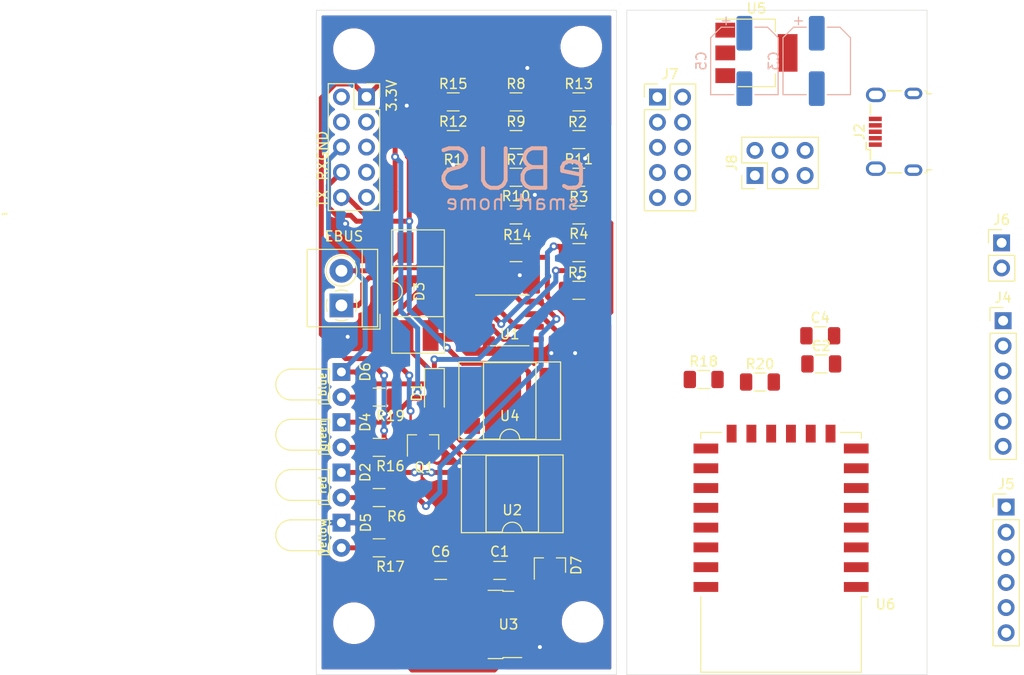
<source format=kicad_pcb>
(kicad_pcb (version 20171130) (host pcbnew "(5.1.6)-1")
  (layers (0 F.Cu signal) (31 B.Cu signal) (34 B.Paste user) (35 F.Paste user) (36 B.SilkS user) (37 F.SilkS user) (38 B.Mask user) (39 F.Mask user) (44 Edge.Cuts user))
  (net 0 "")
  (net 1 GNDD)
  (net 2 SIGNAL)
  (net 3 GNDREF)
  (net 4 +3V3)
  (net 5 "Net-(D1-Pad2)")
  (net 6 "Net-(D2-Pad2)")
  (net 7 "Net-(D2-Pad1)")
  (net 8 "Net-(D3-Pad3)")
  (net 9 "Net-(D4-Pad2)")
  (net 10 RX)
  (net 11 "Net-(D5-Pad2)")
  (net 12 "Net-(D6-Pad2)")
  (net 13 TX)
  (net 14 "Net-(R2-Pad1)")
  (net 15 "Net-(R3-Pad1)")
  (net 16 "Net-(R4-Pad1)")
  (net 17 +5V)
  (net 18 "Net-(R10-Pad2)")
  (net 19 "Net-(R10-Pad1)")
  (net 20 "Net-(R13-Pad2)")
  (net 21 "Net-(R14-Pad1)")
  (net 22 "Net-(U1-Pad7)")
  (net 23 "Net-(C1-Pad1)")
  (net 24 "Net-(Q1-Pad1)")
  (net 25 +5VP)
  (net 26 +24V)
  (net 27 RESET)
  (net 28 GPIO0)
  (net 29 P_RX)
  (net 30 P_TX)
  (net 31 GPIO16)
  (net 32 GPIO15)
  (net 33 GPIO14)
  (net 34 GPIO13)
  (net 35 GPIO12)
  (net 36 GPIO4)
  (net 37 E_RX)
  (net 38 E_TX)
  (net 39 "Net-(R18-Pad1)")
  (module RF_Module:ESP-12E (layer F.Cu) (at 109.982 137.6172 180)
    (fp_text reference U6 (at -10.56 -5.26) (layer F.SilkS))
    (fp_text value ESP-12F)
    (pad 22 smd rect (at 7.6 -3.5 180) (size 2.5 1) (layers F.Cu F.Paste F.Mask) (net 30 P_TX))
    (pad 21 smd rect (at 7.6 -1.5 180) (size 2.5 1) (layers F.Cu F.Paste F.Mask) (net 29 P_RX))
    (pad 20 smd rect (at 7.6 0.5 180) (size 2.5 1) (layers F.Cu F.Paste F.Mask) (net 37 E_RX))
    (pad 19 smd rect (at 7.6 2.5 180) (size 2.5 1) (layers F.Cu F.Paste F.Mask) (net 36 GPIO4))
    (pad 18 smd rect (at 7.6 4.5 180) (size 2.5 1) (layers F.Cu F.Paste F.Mask) (net 28 GPIO0))
    (pad 17 smd rect (at 7.6 6.5 180) (size 2.5 1) (layers F.Cu F.Paste F.Mask) (net 38 E_TX))
    (pad 16 smd rect (at 7.6 8.5 180) (size 2.5 1) (layers F.Cu F.Paste F.Mask) (net 32 GPIO15))
    (pad 15 smd rect (at 7.6 10.5 180) (size 2.5 1) (layers F.Cu F.Paste F.Mask) (net 3 GNDREF))
    (pad 14 smd rect (at 5 12 180) (size 1 1.8) (layers F.Cu F.Paste F.Mask))
    (pad 13 smd rect (at 3 12 180) (size 1 1.8) (layers F.Cu F.Paste F.Mask))
    (pad 12 smd rect (at 1 12 180) (size 1 1.8) (layers F.Cu F.Paste F.Mask))
    (pad 11 smd rect (at -1 12 180) (size 1 1.8) (layers F.Cu F.Paste F.Mask))
    (pad 10 smd rect (at -3 12 180) (size 1 1.8) (layers F.Cu F.Paste F.Mask))
    (pad 9 smd rect (at -5 12 180) (size 1 1.8) (layers F.Cu F.Paste F.Mask))
    (pad 8 smd rect (at -7.6 10.5 180) (size 2.5 1) (layers F.Cu F.Paste F.Mask) (net 4 +3V3))
    (pad 7 smd rect (at -7.6 8.5 180) (size 2.5 1) (layers F.Cu F.Paste F.Mask) (net 34 GPIO13))
    (pad 6 smd rect (at -7.6 6.5 180) (size 2.5 1) (layers F.Cu F.Paste F.Mask) (net 35 GPIO12))
    (pad 5 smd rect (at -7.6 4.5 180) (size 2.5 1) (layers F.Cu F.Paste F.Mask) (net 33 GPIO14))
    (pad 4 smd rect (at -7.6 2.5 180) (size 2.5 1) (layers F.Cu F.Paste F.Mask) (net 31 GPIO16))
    (pad 3 smd rect (at -7.6 0.5 180) (size 2.5 1) (layers F.Cu F.Paste F.Mask) (net 39 "Net-(R18-Pad1)"))
    (pad 2 smd rect (at -7.6 -1.5 180) (size 2.5 1) (layers F.Cu F.Paste F.Mask))
    (pad 1 smd rect (at -7.6 -3.5 180) (size 2.5 1) (layers F.Cu F.Paste F.Mask) (net 27 RESET))
  )
  (module Package_TO_SOT_SMD:SOT-223-3_TabPin2 (layer F.Cu) (at 107.4928 87.122)
    (fp_text reference U5 (at 0 -4.5) (layer F.SilkS))
    (fp_text value AMS1117-3.3)
    (pad 1 smd rect (at -3.15 -2.3) (size 2 1.5) (layers F.Cu F.Paste F.Mask) (net 3 GNDREF))
    (pad 3 smd rect (at -3.15 2.3) (size 2 1.5) (layers F.Cu F.Paste F.Mask) (net 25 +5VP))
    (pad 2 smd rect (at -3.15 0) (size 2 1.5) (layers F.Cu F.Paste F.Mask) (net 4 +3V3))
    (pad 2 smd rect (at 3.15 0) (size 2 3.8) (layers F.Cu F.Paste F.Mask) (net 4 +3V3))
  )
  (module Resistor_SMD:R_1206_3216Metric (layer F.Cu) (at 107.8484 120.396)
    (fp_text reference R20 (at 0 -1.82) (layer F.SilkS))
    (fp_text value 4.7k)
    (pad 2 smd roundrect (at 1.4 0) (size 1.25 1.75) (layers F.Cu F.Paste F.Mask) (roundrect_rratio 0.2) (net 4 +3V3))
    (pad 1 smd roundrect (at -1.4 0) (size 1.25 1.75) (layers F.Cu F.Paste F.Mask) (roundrect_rratio 0.2) (net 27 RESET))
  )
  (module Resistor_SMD:R_1206_3216Metric (layer F.Cu) (at 102.1588 120.142)
    (fp_text reference R18 (at 0 -1.82) (layer F.SilkS))
    (fp_text value 10k)
    (pad 2 smd roundrect (at 1.4 0) (size 1.25 1.75) (layers F.Cu F.Paste F.Mask) (roundrect_rratio 0.2) (net 4 +3V3))
    (pad 1 smd roundrect (at -1.4 0) (size 1.25 1.75) (layers F.Cu F.Paste F.Mask) (roundrect_rratio 0.2) (net 39 "Net-(R18-Pad1)"))
  )
  (module Connector_PinHeader_2.54mm:PinHeader_2x03_P2.54mm_Vertical (layer F.Cu) (at 107.3404 99.5172 90)
    (fp_text reference J8 (at 1.27 -2.33 90) (layer F.SilkS))
    (fp_text value switches)
    (pad 6 thru_hole oval (at 2.54 5.08 90) (size 1.7 1.7) (drill 1) (layers *.Cu *.Mask) (net 37 E_RX))
    (pad 5 thru_hole oval (at 0 5.08 90) (size 1.7 1.7) (drill 1) (layers *.Cu *.Mask) (net 37 E_RX))
    (pad 4 thru_hole oval (at 2.54 2.54 90) (size 1.7 1.7) (drill 1) (layers *.Cu *.Mask) (net 10 RX))
    (pad 3 thru_hole oval (at 0 2.54 90) (size 1.7 1.7) (drill 1) (layers *.Cu *.Mask) (net 13 TX))
    (pad 2 thru_hole oval (at 2.54 0 90) (size 1.7 1.7) (drill 1) (layers *.Cu *.Mask) (net 37 E_RX))
    (pad 1 thru_hole rect (at 0 0 90) (size 1.7 1.7) (drill 1) (layers *.Cu *.Mask) (net 38 E_TX))
  )
  (module Connector_PinHeader_2.54mm:PinHeader_2x05_P2.54mm_Vertical (layer F.Cu) (at 97.4852 91.5924)
    (fp_text reference J7 (at 1.27 -2.33) (layer F.SilkS))
    (fp_text value UART)
    (pad 10 thru_hole oval (at 2.54 10.16) (size 1.7 1.7) (drill 1) (layers *.Cu *.Mask) (net 10 RX))
    (pad 9 thru_hole oval (at 0 10.16) (size 1.7 1.7) (drill 1) (layers *.Cu *.Mask))
    (pad 8 thru_hole oval (at 2.54 7.62) (size 1.7 1.7) (drill 1) (layers *.Cu *.Mask) (net 13 TX))
    (pad 7 thru_hole oval (at 0 7.62) (size 1.7 1.7) (drill 1) (layers *.Cu *.Mask))
    (pad 6 thru_hole oval (at 2.54 5.08) (size 1.7 1.7) (drill 1) (layers *.Cu *.Mask) (net 3 GNDREF))
    (pad 5 thru_hole oval (at 0 5.08) (size 1.7 1.7) (drill 1) (layers *.Cu *.Mask))
    (pad 4 thru_hole oval (at 2.54 2.54) (size 1.7 1.7) (drill 1) (layers *.Cu *.Mask))
    (pad 3 thru_hole oval (at 0 2.54) (size 1.7 1.7) (drill 1) (layers *.Cu *.Mask))
    (pad 2 thru_hole oval (at 2.54 0) (size 1.7 1.7) (drill 1) (layers *.Cu *.Mask))
    (pad 1 thru_hole rect (at 0 0) (size 1.7 1.7) (drill 1) (layers *.Cu *.Mask) (net 4 +3V3))
  )
  (module Connector_PinHeader_2.54mm:PinHeader_1x02_P2.54mm_Vertical (layer F.Cu) (at 132.2832 106.3244)
    (fp_text reference J6 (at 0 -2.33) (layer F.SilkS))
    (fp_text value PWR)
    (pad 2 thru_hole oval (at 0 2.54) (size 1.7 1.7) (drill 1) (layers *.Cu *.Mask) (net 25 +5VP))
    (pad 1 thru_hole rect (at 0 0) (size 1.7 1.7) (drill 1) (layers *.Cu *.Mask) (net 3 GNDREF))
  )
  (module Connector_PinHeader_2.54mm:PinHeader_1x06_P2.54mm_Vertical (layer F.Cu) (at 132.7404 133.0452)
    (fp_text reference J5 (at 0 -2.33) (layer F.SilkS))
    (fp_text value PINS)
    (pad 6 thru_hole oval (at 0 12.7) (size 1.7 1.7) (drill 1) (layers *.Cu *.Mask) (net 31 GPIO16))
    (pad 5 thru_hole oval (at 0 10.16) (size 1.7 1.7) (drill 1) (layers *.Cu *.Mask) (net 32 GPIO15))
    (pad 4 thru_hole oval (at 0 7.62) (size 1.7 1.7) (drill 1) (layers *.Cu *.Mask) (net 33 GPIO14))
    (pad 3 thru_hole oval (at 0 5.08) (size 1.7 1.7) (drill 1) (layers *.Cu *.Mask) (net 34 GPIO13))
    (pad 2 thru_hole oval (at 0 2.54) (size 1.7 1.7) (drill 1) (layers *.Cu *.Mask) (net 35 GPIO12))
    (pad 1 thru_hole rect (at 0 0) (size 1.7 1.7) (drill 1) (layers *.Cu *.Mask) (net 36 GPIO4))
  )
  (module Connector_PinHeader_2.54mm:PinHeader_1x06_P2.54mm_Vertical (layer F.Cu) (at 132.4356 114.1984)
    (fp_text reference J4 (at 0 -2.33) (layer F.SilkS))
    (fp_text value PROG)
    (pad 6 thru_hole oval (at 0 12.7) (size 1.7 1.7) (drill 1) (layers *.Cu *.Mask) (net 27 RESET))
    (pad 5 thru_hole oval (at 0 10.16) (size 1.7 1.7) (drill 1) (layers *.Cu *.Mask) (net 28 GPIO0))
    (pad 4 thru_hole oval (at 0 7.62) (size 1.7 1.7) (drill 1) (layers *.Cu *.Mask) (net 3 GNDREF))
    (pad 3 thru_hole oval (at 0 5.08) (size 1.7 1.7) (drill 1) (layers *.Cu *.Mask) (net 29 P_RX))
    (pad 2 thru_hole oval (at 0 2.54) (size 1.7 1.7) (drill 1) (layers *.Cu *.Mask) (net 30 P_TX))
    (pad 1 thru_hole rect (at 0 0) (size 1.7 1.7) (drill 1) (layers *.Cu *.Mask) (net 25 +5VP))
  )
  (module Connector_USB:USB_Micro-B_Wuerth_629105150521 (layer F.Cu) (at 121.412 95.0976 90)
    (fp_text reference J2 (at 0 -3.5 90) (layer F.SilkS))
    (fp_text value USB_B_Micro)
    (pad "" np_thru_hole oval (at 2.5 -0.8 90) (size 0.8 0.8) (drill 0.8) (layers *.Cu *.Mask))
    (pad "" np_thru_hole oval (at -2.5 -0.8 90) (size 0.8 0.8) (drill 0.8) (layers *.Cu *.Mask))
    (pad 6 thru_hole oval (at 3.875 1.95 90) (size 1.15 1.8) (drill oval 0.55 1.2) (layers *.Cu *.Mask) (net 3 GNDREF))
    (pad 6 thru_hole oval (at -3.875 1.95 90) (size 1.15 1.8) (drill oval 0.55 1.2) (layers *.Cu *.Mask) (net 3 GNDREF))
    (pad 6 thru_hole oval (at 3.725 -1.85 90) (size 1.45 2) (drill oval 0.85 1.4) (layers *.Cu *.Mask) (net 3 GNDREF))
    (pad 6 thru_hole oval (at -3.725 -1.85 90) (size 1.45 2) (drill oval 0.85 1.4) (layers *.Cu *.Mask) (net 3 GNDREF))
    (pad 5 smd rect (at 1.3 -1.9 90) (size 0.45 1.3) (layers F.Cu F.Paste F.Mask) (net 3 GNDREF))
    (pad 4 smd rect (at 0.65 -1.9 90) (size 0.45 1.3) (layers F.Cu F.Paste F.Mask))
    (pad 3 smd rect (at 0 -1.9 90) (size 0.45 1.3) (layers F.Cu F.Paste F.Mask))
    (pad 2 smd rect (at -0.65 -1.9 90) (size 0.45 1.3) (layers F.Cu F.Paste F.Mask))
    (pad 1 smd rect (at -1.3 -1.9 90) (size 0.45 1.3) (layers F.Cu F.Paste F.Mask) (net 25 +5VP))
  )
  (module Capacitor_SMD:CP_Elec_6.3x5.4 (layer B.Cu) (at 106.2736 87.9348 270)
    (fp_text reference C5 (at 0 4.35 270) (layer B.SilkS) (effects (justify mirror)))
    (fp_text value 100uF)
    (pad 2 smd roundrect (at 2.8 0 270) (size 3.5 1.6) (layers B.Cu B.Paste B.Mask) (roundrect_rratio 0.15625) (net 3 GNDREF))
    (pad 1 smd roundrect (at -2.8 0 270) (size 3.5 1.6) (layers B.Cu B.Paste B.Mask) (roundrect_rratio 0.15625) (net 4 +3V3))
  )
  (module Capacitor_SMD:C_1206_3216Metric (layer F.Cu) (at 113.9444 115.7224)
    (fp_text reference C4 (at 0 -1.82) (layer F.SilkS))
    (fp_text value 100nF)
    (pad 2 smd roundrect (at 1.4 0) (size 1.25 1.75) (layers F.Cu F.Paste F.Mask) (roundrect_rratio 0.2) (net 3 GNDREF))
    (pad 1 smd roundrect (at -1.4 0) (size 1.25 1.75) (layers F.Cu F.Paste F.Mask) (roundrect_rratio 0.2) (net 4 +3V3))
  )
  (module Capacitor_SMD:CP_Elec_6.3x5.4 (layer B.Cu) (at 113.5888 87.9348 270)
    (fp_text reference C3 (at 0 4.35 270) (layer B.SilkS) (effects (justify mirror)))
    (fp_text value 100uF)
    (pad 2 smd roundrect (at 2.8 0 270) (size 3.5 1.6) (layers B.Cu B.Paste B.Mask) (roundrect_rratio 0.15625) (net 3 GNDREF))
    (pad 1 smd roundrect (at -2.8 0 270) (size 3.5 1.6) (layers B.Cu B.Paste B.Mask) (roundrect_rratio 0.15625) (net 25 +5VP))
  )
  (module Capacitor_SMD:C_1206_3216Metric (layer F.Cu) (at 114.046 118.5672)
    (fp_text reference C2 (at 0 -1.82) (layer F.SilkS))
    (fp_text value 100nF)
    (pad 2 smd roundrect (at 1.4 0) (size 1.25 1.75) (layers F.Cu F.Paste F.Mask) (roundrect_rratio 0.2) (net 3 GNDREF))
    (pad 1 smd roundrect (at -1.4 0) (size 1.25 1.75) (layers F.Cu F.Paste F.Mask) (roundrect_rratio 0.2) (net 25 +5VP))
  )
  (module Package_TO_SOT_SMD:ATPAK-2 (layer F.Cu) (at 78.613 144.907 180)
    (fp_text reference U3 (at -3.81 0) (layer F.SilkS))
    (fp_text value L7805)
    (pad 2 smd rect (at 1.8 0 180) (size 6.7 6.5) (layers F.Cu F.Mask) (net 1 GNDD))
    (pad 3 smd rect (at -4.35 2.3 180) (size 1.6 1.5) (layers F.Cu F.Paste F.Mask) (net 17 +5V))
    (pad 1 smd rect (at -4.35 -2.3 180) (size 1.6 1.5) (layers F.Cu F.Paste F.Mask) (net 23 "Net-(C1-Pad1)"))
  )
  (module Connector_PinSocket_2.54mm:PinSocket_2x05_P2.54mm_Vertical (layer F.Cu) (at 68.072 91.567)
    (fp_text reference J3 hide)
    (fp_text value UART)
    (pad 10 thru_hole oval (at -2.54 10.16) (size 1.7 1.7) (drill 1) (layers *.Cu *.Mask) (net 10 RX))
    (pad 9 thru_hole oval (at 0 10.16) (size 1.7 1.7) (drill 1) (layers *.Cu *.Mask))
    (pad 8 thru_hole oval (at -2.54 7.62) (size 1.7 1.7) (drill 1) (layers *.Cu *.Mask) (net 13 TX))
    (pad 7 thru_hole oval (at 0 7.62) (size 1.7 1.7) (drill 1) (layers *.Cu *.Mask))
    (pad 6 thru_hole oval (at -2.54 5.08) (size 1.7 1.7) (drill 1) (layers *.Cu *.Mask) (net 3 GNDREF))
    (pad 5 thru_hole oval (at 0 5.08) (size 1.7 1.7) (drill 1) (layers *.Cu *.Mask))
    (pad 4 thru_hole oval (at -2.54 2.54) (size 1.7 1.7) (drill 1) (layers *.Cu *.Mask))
    (pad 3 thru_hole oval (at 0 2.54) (size 1.7 1.7) (drill 1) (layers *.Cu *.Mask))
    (pad 2 thru_hole oval (at -2.54 0) (size 1.7 1.7) (drill 1) (layers *.Cu *.Mask))
    (pad 1 thru_hole rect (at 0 0) (size 1.7 1.7) (drill 1) (layers *.Cu *.Mask) (net 4 +3V3))
  )
  (module MountingHole:MountingHole_3.2mm_M3 (layer F.Cu) (at 89.916 144.653)
    (fp_text reference H4 hide)
    (fp_text value MountingHole)
    (pad 1 np_thru_hole circle (at 0 0) (size 3.2 3.2) (drill 3.2) (layers *.Cu *.Mask))
  )
  (module MountingHole:MountingHole_3.2mm_M3 (layer F.Cu) (at 89.789 86.487)
    (fp_text reference H3 hide)
    (fp_text value MountingHole)
    (pad 1 np_thru_hole circle (at 0 0) (size 3.2 3.2) (drill 3.2) (layers *.Cu *.Mask))
  )
  (module MountingHole:MountingHole_3.2mm_M3 (layer F.Cu) (at 66.802 144.78)
    (fp_text reference H2 hide)
    (fp_text value MountingHole)
    (pad 1 np_thru_hole circle (at 0 0) (size 3.2 3.2) (drill 3.2) (layers *.Cu *.Mask))
  )
  (module MountingHole:MountingHole_3.2mm_M3 (layer F.Cu) (at 66.802 86.741)
    (fp_text reference H1 hide)
    (fp_text value MountingHole)
    (pad 1 np_thru_hole circle (at 0 0) (size 3.2 3.2) (drill 3.2) (layers *.Cu *.Mask))
  )
  (module Package_DIP:DIP-6_W7.62mm_SMDSocket_SmallPads (layer F.Cu) (at 82.55 122.301 180)
    (fp_text reference U4 (at 0 -1.524) (layer F.SilkS))
    (fp_text value 4N25)
    (pad 6 smd rect (at 3.81 -2.54 180) (size 1.6 1.6) (layers F.Cu F.Paste F.Mask))
    (pad 3 smd rect (at -3.81 2.54 180) (size 1.6 1.6) (layers F.Cu F.Paste F.Mask))
    (pad 5 smd rect (at 3.81 0 180) (size 1.6 1.6) (layers F.Cu F.Paste F.Mask) (net 10 RX))
    (pad 2 smd rect (at -3.81 0 180) (size 1.6 1.6) (layers F.Cu F.Paste F.Mask) (net 22 "Net-(U1-Pad7)"))
    (pad 4 smd rect (at 3.81 2.54 180) (size 1.6 1.6) (layers F.Cu F.Paste F.Mask) (net 3 GNDREF))
    (pad 1 smd rect (at -3.81 -2.54 180) (size 1.6 1.6) (layers F.Cu F.Paste F.Mask) (net 21 "Net-(R14-Pad1)"))
  )
  (module Package_DIP:DIP-6_W7.62mm_SMDSocket_SmallPads (layer F.Cu) (at 82.804 131.699 180)
    (fp_text reference U2 (at 0 -1.651) (layer F.SilkS))
    (fp_text value 4N25)
    (pad 6 smd rect (at 3.81 -2.54 180) (size 1.6 1.6) (layers F.Cu F.Paste F.Mask))
    (pad 3 smd rect (at -3.81 2.54 180) (size 1.6 1.6) (layers F.Cu F.Paste F.Mask))
    (pad 5 smd rect (at 3.81 0 180) (size 1.6 1.6) (layers F.Cu F.Paste F.Mask) (net 7 "Net-(D2-Pad1)"))
    (pad 2 smd rect (at -3.81 0 180) (size 1.6 1.6) (layers F.Cu F.Paste F.Mask) (net 13 TX))
    (pad 4 smd rect (at 3.81 2.54 180) (size 1.6 1.6) (layers F.Cu F.Paste F.Mask) (net 24 "Net-(Q1-Pad1)"))
    (pad 1 smd rect (at -3.81 -2.54 180) (size 1.6 1.6) (layers F.Cu F.Paste F.Mask) (net 20 "Net-(R13-Pad2)"))
  )
  (module Package_SO:SOIC-8_3.9x4.9mm_P1.27mm (layer F.Cu) (at 82.55 114.173)
    (fp_text reference U1 (at 0 1.397) (layer F.SilkS))
    (fp_text value LM393)
    (pad 8 smd roundrect (at 2.475 -1.905) (size 1.95 0.6) (layers F.Cu F.Paste F.Mask) (net 17 +5V))
    (pad 7 smd roundrect (at 2.475 -0.635) (size 1.95 0.6) (layers F.Cu F.Paste F.Mask) (net 22 "Net-(U1-Pad7)"))
    (pad 6 smd roundrect (at 2.475 0.635) (size 1.95 0.6) (layers F.Cu F.Paste F.Mask) (net 19 "Net-(R10-Pad1)"))
    (pad 5 smd roundrect (at 2.475 1.905) (size 1.95 0.6) (layers F.Cu F.Paste F.Mask) (net 18 "Net-(R10-Pad2)"))
    (pad 4 smd roundrect (at -2.475 1.905) (size 1.95 0.6) (layers F.Cu F.Paste F.Mask) (net 1 GNDD))
    (pad 3 smd roundrect (at -2.475 0.635) (size 1.95 0.6) (layers F.Cu F.Paste F.Mask) (net 18 "Net-(R10-Pad2)"))
    (pad 2 smd roundrect (at -2.475 -0.635) (size 1.95 0.6) (layers F.Cu F.Paste F.Mask) (net 15 "Net-(R3-Pad1)"))
    (pad 1 smd roundrect (at -2.475 -1.905) (size 1.95 0.6) (layers F.Cu F.Paste F.Mask) (net 19 "Net-(R10-Pad1)"))
  )
  (module Package_TO_SOT_SMD:SOT-23 (layer F.Cu) (at 73.787 126.492 90)
    (fp_text reference Q1 (at -2.54 0.127 180) (layer F.SilkS))
    (fp_text value BC817)
    (pad 3 smd rect (at 1 0 90) (size 0.9 0.8) (layers F.Cu F.Paste F.Mask) (net 5 "Net-(D1-Pad2)"))
    (pad 2 smd rect (at -1 0.95 90) (size 0.9 0.8) (layers F.Cu F.Paste F.Mask) (net 1 GNDD))
    (pad 1 smd rect (at -1 -0.95 90) (size 0.9 0.8) (layers F.Cu F.Paste F.Mask) (net 24 "Net-(Q1-Pad1)"))
  )
  (module Package_TO_SOT_SMD:SOT-23 (layer F.Cu) (at 86.614 138.938 90)
    (fp_text reference D7 (at 0 2.667 90) (layer F.SilkS))
    (fp_text value 1N914)
    (pad 3 smd rect (at 1 0 90) (size 0.9 0.8) (layers F.Cu F.Paste F.Mask))
    (pad 2 smd rect (at -1 0.95 90) (size 0.9 0.8) (layers F.Cu F.Paste F.Mask) (net 2 SIGNAL))
    (pad 1 smd rect (at -1 -0.95 90) (size 0.9 0.8) (layers F.Cu F.Paste F.Mask) (net 23 "Net-(C1-Pad1)"))
  )
  (module Package_DIP:DIP-4_W8.89mm_SMDSocket_LongPads (layer F.Cu) (at 73.279 111.252 90)
    (fp_text reference D3 (at 0 0.127 90) (layer F.SilkS))
    (fp_text value DF10M)
    (pad 4 smd rect (at 4.445 -1.27 90) (size 3.1 1.6) (layers F.Cu F.Paste F.Mask) (net 26 +24V))
    (pad 2 smd rect (at -4.445 1.27 90) (size 3.1 1.6) (layers F.Cu F.Paste F.Mask) (net 1 GNDD))
    (pad 3 smd rect (at 4.445 1.27 90) (size 3.1 1.6) (layers F.Cu F.Paste F.Mask) (net 8 "Net-(D3-Pad3)"))
    (pad 1 smd rect (at -4.445 -1.27 90) (size 3.1 1.6) (layers F.Cu F.Paste F.Mask) (net 2 SIGNAL))
  )
  (module Diode_SMD:D_SOD-123 (layer F.Cu) (at 74.93 121.285 270)
    (fp_text reference D1 (at 0.127 1.778 90) (layer F.SilkS))
    (fp_text value "1N4737A 7.5V")
    (pad 2 smd rect (at 1.65 0 270) (size 0.9 1.2) (layers F.Cu F.Paste F.Mask) (net 5 "Net-(D1-Pad2)"))
    (pad 1 smd rect (at -1.65 0 270) (size 0.9 1.2) (layers F.Cu F.Paste F.Mask) (net 2 SIGNAL))
  )
  (module Resistor_SMD:R_1206_3216Metric (layer F.Cu) (at 69.342 121.92)
    (fp_text reference R19 (at 1.143 1.905) (layer F.SilkS))
    (fp_text value 100k)
    (pad 2 smd roundrect (at 1.4 0) (size 1.25 1.75) (layers F.Cu F.Paste F.Mask) (roundrect_rratio 0.2) (net 4 +3V3))
    (pad 1 smd roundrect (at -1.4 0) (size 1.25 1.75) (layers F.Cu F.Paste F.Mask) (roundrect_rratio 0.2) (net 12 "Net-(D6-Pad2)"))
  )
  (module Resistor_SMD:R_1206_3216Metric (layer F.Cu) (at 69.342 137.16)
    (fp_text reference R17 (at 1.143 1.905) (layer F.SilkS))
    (fp_text value 10k)
    (pad 2 smd roundrect (at 1.4 0) (size 1.25 1.75) (layers F.Cu F.Paste F.Mask) (roundrect_rratio 0.2) (net 17 +5V))
    (pad 1 smd roundrect (at -1.4 0) (size 1.25 1.75) (layers F.Cu F.Paste F.Mask) (roundrect_rratio 0.2) (net 11 "Net-(D5-Pad2)"))
  )
  (module Resistor_SMD:R_1206_3216Metric (layer F.Cu) (at 69.342 127)
    (fp_text reference R16 (at 1.143 1.905) (layer F.SilkS))
    (fp_text value 220)
    (pad 2 smd roundrect (at 1.4 0) (size 1.25 1.75) (layers F.Cu F.Paste F.Mask) (roundrect_rratio 0.2) (net 4 +3V3))
    (pad 1 smd roundrect (at -1.4 0) (size 1.25 1.75) (layers F.Cu F.Paste F.Mask) (roundrect_rratio 0.2) (net 9 "Net-(D4-Pad2)"))
  )
  (module Resistor_SMD:R_1206_3216Metric (layer F.Cu) (at 76.835 92.075)
    (fp_text reference R15 (at 0 -1.82) (layer F.SilkS))
    (fp_text value "X 1k")
    (pad 2 smd roundrect (at 1.4 0) (size 1.25 1.75) (layers F.Cu F.Paste F.Mask) (roundrect_rratio 0.2) (net 4 +3V3))
    (pad 1 smd roundrect (at -1.4 0) (size 1.25 1.75) (layers F.Cu F.Paste F.Mask) (roundrect_rratio 0.2) (net 10 RX))
  )
  (module Resistor_SMD:R_1206_3216Metric (layer F.Cu) (at 83.185 107.315 180)
    (fp_text reference R14 (at -0.127 1.778) (layer F.SilkS))
    (fp_text value 2.2k)
    (pad 2 smd roundrect (at 1.4 0 180) (size 1.25 1.75) (layers F.Cu F.Paste F.Mask) (roundrect_rratio 0.2) (net 17 +5V))
    (pad 1 smd roundrect (at -1.4 0 180) (size 1.25 1.75) (layers F.Cu F.Paste F.Mask) (roundrect_rratio 0.2) (net 21 "Net-(R14-Pad1)"))
  )
  (module Resistor_SMD:R_1206_3216Metric (layer F.Cu) (at 89.535 92.075)
    (fp_text reference R13 (at 0 -1.82) (layer F.SilkS))
    (fp_text value 470)
    (pad 2 smd roundrect (at 1.4 0) (size 1.25 1.75) (layers F.Cu F.Paste F.Mask) (roundrect_rratio 0.2) (net 20 "Net-(R13-Pad2)"))
    (pad 1 smd roundrect (at -1.4 0) (size 1.25 1.75) (layers F.Cu F.Paste F.Mask) (roundrect_rratio 0.2) (net 4 +3V3))
  )
  (module Resistor_SMD:R_1206_3216Metric (layer F.Cu) (at 76.835 95.885)
    (fp_text reference R12 (at 0 -1.82) (layer F.SilkS))
    (fp_text value "X 4.7k")
    (pad 2 smd roundrect (at 1.4 0) (size 1.25 1.75) (layers F.Cu F.Paste F.Mask) (roundrect_rratio 0.2) (net 4 +3V3))
    (pad 1 smd roundrect (at -1.4 0) (size 1.25 1.75) (layers F.Cu F.Paste F.Mask) (roundrect_rratio 0.2) (net 13 TX))
  )
  (module Resistor_SMD:R_1206_3216Metric (layer F.Cu) (at 89.535 99.695)
    (fp_text reference R11 (at 0 -1.82) (layer F.SilkS))
    (fp_text value 10k)
    (pad 2 smd roundrect (at 1.4 0) (size 1.25 1.75) (layers F.Cu F.Paste F.Mask) (roundrect_rratio 0.2) (net 17 +5V))
    (pad 1 smd roundrect (at -1.4 0) (size 1.25 1.75) (layers F.Cu F.Paste F.Mask) (roundrect_rratio 0.2) (net 19 "Net-(R10-Pad1)"))
  )
  (module Resistor_SMD:R_1206_3216Metric (layer F.Cu) (at 83.185 103.505 180)
    (fp_text reference R10 (at 0 1.905) (layer F.SilkS))
    (fp_text value 220k)
    (pad 2 smd roundrect (at 1.4 0 180) (size 1.25 1.75) (layers F.Cu F.Paste F.Mask) (roundrect_rratio 0.2) (net 18 "Net-(R10-Pad2)"))
    (pad 1 smd roundrect (at -1.4 0 180) (size 1.25 1.75) (layers F.Cu F.Paste F.Mask) (roundrect_rratio 0.2) (net 19 "Net-(R10-Pad1)"))
  )
  (module Resistor_SMD:R_1206_3216Metric (layer F.Cu) (at 83.185 95.885)
    (fp_text reference R9 (at 0 -1.82) (layer F.SilkS))
    (fp_text value 220k)
    (pad 2 smd roundrect (at 1.4 0) (size 1.25 1.75) (layers F.Cu F.Paste F.Mask) (roundrect_rratio 0.2) (net 17 +5V))
    (pad 1 smd roundrect (at -1.4 0) (size 1.25 1.75) (layers F.Cu F.Paste F.Mask) (roundrect_rratio 0.2) (net 18 "Net-(R10-Pad2)"))
  )
  (module Resistor_SMD:R_1206_3216Metric (layer F.Cu) (at 83.185 92.075)
    (fp_text reference R8 (at 0 -1.82) (layer F.SilkS))
    (fp_text value 20k)
    (pad 2 smd roundrect (at 1.4 0) (size 1.25 1.75) (layers F.Cu F.Paste F.Mask) (roundrect_rratio 0.2) (net 17 +5V))
    (pad 1 smd roundrect (at -1.4 0) (size 1.25 1.75) (layers F.Cu F.Paste F.Mask) (roundrect_rratio 0.2) (net 18 "Net-(R10-Pad2)"))
  )
  (module Resistor_SMD:R_1206_3216Metric (layer F.Cu) (at 83.185 99.695)
    (fp_text reference R7 (at 0 -1.778) (layer F.SilkS))
    (fp_text value 5.1k)
    (pad 2 smd roundrect (at 1.4 0) (size 1.25 1.75) (layers F.Cu F.Paste F.Mask) (roundrect_rratio 0.2) (net 14 "Net-(R2-Pad1)"))
    (pad 1 smd roundrect (at -1.4 0) (size 1.25 1.75) (layers F.Cu F.Paste F.Mask) (roundrect_rratio 0.2) (net 18 "Net-(R10-Pad2)"))
  )
  (module Resistor_SMD:R_1206_3216Metric (layer F.Cu) (at 69.342 132.08)
    (fp_text reference R6 (at 1.778 1.905) (layer F.SilkS))
    (fp_text value 470)
    (pad 2 smd roundrect (at 1.4 0) (size 1.25 1.75) (layers F.Cu F.Paste F.Mask) (roundrect_rratio 0.2) (net 17 +5V))
    (pad 1 smd roundrect (at -1.4 0) (size 1.25 1.75) (layers F.Cu F.Paste F.Mask) (roundrect_rratio 0.2) (net 6 "Net-(D2-Pad2)"))
  )
  (module Resistor_SMD:R_1206_3216Metric (layer F.Cu) (at 89.535 111.125)
    (fp_text reference R5 (at -0.127 -1.778) (layer F.SilkS))
    (fp_text value 2k)
    (pad 2 smd roundrect (at 1.4 0) (size 1.25 1.75) (layers F.Cu F.Paste F.Mask) (roundrect_rratio 0.2) (net 16 "Net-(R4-Pad1)"))
    (pad 1 smd roundrect (at -1.4 0) (size 1.25 1.75) (layers F.Cu F.Paste F.Mask) (roundrect_rratio 0.2) (net 1 GNDD))
  )
  (module Resistor_SMD:R_1206_3216Metric (layer F.Cu) (at 89.535 107.315 180)
    (fp_text reference R4 (at 0 1.905) (layer F.SilkS))
    (fp_text value 20k)
    (pad 2 smd roundrect (at 1.4 0 180) (size 1.25 1.75) (layers F.Cu F.Paste F.Mask) (roundrect_rratio 0.2) (net 15 "Net-(R3-Pad1)"))
    (pad 1 smd roundrect (at -1.4 0 180) (size 1.25 1.75) (layers F.Cu F.Paste F.Mask) (roundrect_rratio 0.2) (net 16 "Net-(R4-Pad1)"))
  )
  (module Resistor_SMD:R_1206_3216Metric (layer F.Cu) (at 89.535 103.505)
    (fp_text reference R3 (at 0 -1.82) (layer F.SilkS))
    (fp_text value 100k)
    (pad 2 smd roundrect (at 1.4 0) (size 1.25 1.75) (layers F.Cu F.Paste F.Mask) (roundrect_rratio 0.2) (net 2 SIGNAL))
    (pad 1 smd roundrect (at -1.4 0) (size 1.25 1.75) (layers F.Cu F.Paste F.Mask) (roundrect_rratio 0.2) (net 15 "Net-(R3-Pad1)"))
  )
  (module Resistor_SMD:R_1206_3216Metric (layer F.Cu) (at 89.535 95.885)
    (fp_text reference R2 (at -0.127 -1.778) (layer F.SilkS))
    (fp_text value 10k)
    (pad 2 smd roundrect (at 1.4 0) (size 1.25 1.75) (layers F.Cu F.Paste F.Mask) (roundrect_rratio 0.2) (net 1 GNDD))
    (pad 1 smd roundrect (at -1.4 0) (size 1.25 1.75) (layers F.Cu F.Paste F.Mask) (roundrect_rratio 0.2) (net 14 "Net-(R2-Pad1)"))
  )
  (module Resistor_SMD:R_1206_3216Metric (layer F.Cu) (at 76.835 99.695 180)
    (fp_text reference R1 (at 0 1.778) (layer F.SilkS))
    (fp_text value 4.7k)
    (pad 2 smd roundrect (at 1.4 0 180) (size 1.25 1.75) (layers F.Cu F.Paste F.Mask) (roundrect_rratio 0.2) (net 1 GNDD))
    (pad 1 smd roundrect (at -1.4 0 180) (size 1.25 1.75) (layers F.Cu F.Paste F.Mask) (roundrect_rratio 0.2) (net 24 "Net-(Q1-Pad1)"))
  )
  (module Capacitor_SMD:C_1206_3216Metric (layer F.Cu) (at 75.565 139.446)
    (fp_text reference C6 (at 0 -1.905) (layer F.SilkS))
    (fp_text value 100nF)
    (pad 2 smd roundrect (at 1.4 0) (size 1.25 1.75) (layers F.Cu F.Paste F.Mask) (roundrect_rratio 0.2) (net 1 GNDD))
    (pad 1 smd roundrect (at -1.4 0) (size 1.25 1.75) (layers F.Cu F.Paste F.Mask) (roundrect_rratio 0.2) (net 17 +5V))
  )
  (module Capacitor_SMD:C_1206_3216Metric (layer F.Cu) (at 81.534 139.446 180)
    (fp_text reference C1 (at 0 1.905) (layer F.SilkS))
    (fp_text value 330nF)
    (pad 2 smd roundrect (at 1.4 0 180) (size 1.25 1.75) (layers F.Cu F.Paste F.Mask) (roundrect_rratio 0.2) (net 1 GNDD))
    (pad 1 smd roundrect (at -1.4 0 180) (size 1.25 1.75) (layers F.Cu F.Paste F.Mask) (roundrect_rratio 0.2) (net 23 "Net-(C1-Pad1)"))
  )
  (module TerminalBlock_4Ucon:TerminalBlock_4Ucon_1x02_P3.50mm_Horizontal (layer F.Cu) (at 65.532 112.649 90)
    (fp_text reference J1 hide)
    (fp_text value EBUS)
    (pad 2 thru_hole circle (at 3.5 0 90) (size 2.4 2.4) (drill 1.2) (layers *.Cu *.Mask) (net 26 +24V))
    (pad 1 thru_hole rect (at 0 0 90) (size 2.4 2.4) (drill 1.2) (layers *.Cu *.Mask) (net 8 "Net-(D3-Pad3)"))
  )
  (module LED_THT:LED_D3.0mm_Horizontal_O1.27mm_Z2.0mm (layer F.Cu) (at 65.532 119.38 270)
    (fp_text reference D6 (at 0 -2.413 90) (layer F.SilkS))
    (fp_text value "ESP blue")
    (pad 2 thru_hole circle (at 2.54 0 270) (size 1.8 1.8) (drill 0.9) (layers *.Cu *.Mask) (net 12 "Net-(D6-Pad2)"))
    (pad 1 thru_hole rect (at 0 0 270) (size 1.8 1.8) (drill 0.9) (layers *.Cu *.Mask) (net 3 GNDREF))
  )
  (module LED_THT:LED_D3.0mm_Horizontal_O1.27mm_Z2.0mm (layer F.Cu) (at 65.532 134.62 270)
    (fp_text reference D5 (at 0 -2.468 90) (layer F.SilkS))
    (fp_text value "EBUS yellow")
    (pad 2 thru_hole circle (at 2.54 0 270) (size 1.8 1.8) (drill 0.9) (layers *.Cu *.Mask) (net 11 "Net-(D5-Pad2)"))
    (pad 1 thru_hole rect (at 0 0 270) (size 1.8 1.8) (drill 0.9) (layers *.Cu *.Mask) (net 1 GNDD))
  )
  (module LED_THT:LED_D3.0mm_Horizontal_O1.27mm_Z2.0mm (layer F.Cu) (at 65.532 124.46 270)
    (fp_text reference D4 (at 0 -2.413 90) (layer F.SilkS))
    (fp_text value "RX green")
    (pad 2 thru_hole circle (at 2.54 0 270) (size 1.8 1.8) (drill 0.9) (layers *.Cu *.Mask) (net 9 "Net-(D4-Pad2)"))
    (pad 1 thru_hole rect (at 0 0 270) (size 1.8 1.8) (drill 0.9) (layers *.Cu *.Mask) (net 10 RX))
  )
  (module LED_THT:LED_D3.0mm_Horizontal_O1.27mm_Z2.0mm (layer F.Cu) (at 65.532 129.54 270)
    (fp_text reference D2 (at 0 -2.413 90) (layer F.SilkS))
    (fp_text value "TX red")
    (pad 2 thru_hole circle (at 2.54 0 270) (size 1.8 1.8) (drill 0.9) (layers *.Cu *.Mask) (net 6 "Net-(D2-Pad2)"))
    (pad 1 thru_hole rect (at 0 0 270) (size 1.8 1.8) (drill 0.9) (layers *.Cu *.Mask) (net 7 "Net-(D2-Pad1)"))
  )
  (gr_line (start 94.3864 149.987) (end 124.7394 149.987) (layer Edge.Cuts) (width 0.05))
  (gr_line (start 94.3864 82.804) (end 124.7394 82.804) (layer Edge.Cuts) (width 0.05))
  (gr_line (start 124.7394 82.804) (end 124.7394 149.987) (layer Edge.Cuts) (width 0.05))
  (gr_line (start 94.3864 82.804) (end 94.3864 149.987) (layer Edge.Cuts) (width 0.05))
  (gr_text eBUS (at 82.804 98.933) (layer B.SilkS) (effects (font (size 4 4) (thickness 0.4)) (justify mirror)))
  (gr_text "smart home" (at 82.804 102.235) (layer B.SilkS) (effects (font (size 1.5 1.5) (thickness 0.2)) (justify mirror)))
  (gr_text blue (at 63.627 120.65 90) (layer F.SilkS) (effects (font (size 0.75 0.75))))
  (gr_text green (at 63.627 125.73 90) (layer F.SilkS) (effects (font (size 0.75 0.75))))
  (gr_text red (at 63.627 130.81 90) (layer F.SilkS) (effects (font (size 0.75 0.75))))
  (gr_text yellow (at 63.627 136.017 90) (layer F.SilkS) (effects (font (size 0.75 0.75))))
  (gr_text EBUS (at 65.786 105.664) (layer F.SilkS) (effects (font (size 1 1))))
  (gr_text 3.3V (at 70.612 91.44 90) (layer F.SilkS) (effects (font (size 1 1))))
  (gr_text TX (at 63.627 101.854 90) (layer F.SilkS) (effects (font (size 1 1))))
  (gr_text RX (at 63.627 99.06 90) (layer F.SilkS) (effects (font (size 1 1))))
  (gr_text GND (at 63.627 96.52 90) (layer F.SilkS) (effects (font (size 1 1))))
  (gr_line (start 62.992 149.987) (end 93.345 149.987) (layer Edge.Cuts) (width 0.05))
  (gr_text ~ (at 31.496 103.378) (layer F.SilkS) (effects (font (size 1 1))))
  (gr_line (start 62.992 82.804) (end 62.992 149.987) (layer Edge.Cuts) (width 0.05))
  (gr_line (start 93.345 82.804) (end 93.345 149.987) (layer Edge.Cuts) (width 0.05))
  (gr_line (start 62.992 82.804) (end 93.345 82.804) (layer Edge.Cuts) (width 0.05))
  (segment (start 76.965 134.620002) (end 76.965 139.446) (width 0.5) (layer F.Cu) (net 1))
  (segment (start 73.787 131.442002) (end 76.965 134.620002) (width 0.5) (layer F.Cu) (net 1))
  (segment (start 76.965 139.446) (end 80.134 139.446) (width 0.5) (layer F.Cu) (net 1))
  (segment (start 76.965 144.755) (end 76.813 144.907) (width 0.5) (layer F.Cu) (net 1))
  (segment (start 76.965 139.446) (end 76.965 144.755) (width 0.5) (layer F.Cu) (net 1))
  (segment (start 69.66699 131.165044) (end 70.077044 130.75499) (width 0.5) (layer F.Cu) (net 1))
  (segment (start 69.66699 132.994956) (end 69.66699 131.165044) (width 0.5) (layer F.Cu) (net 1))
  (segment (start 68.041946 134.62) (end 69.66699 132.994956) (width 0.5) (layer F.Cu) (net 1))
  (segment (start 65.532 134.62) (end 68.041946 134.62) (width 0.5) (layer F.Cu) (net 1))
  (segment (start 73.787 130.937) (end 73.787 131.442002) (width 0.5) (layer F.Cu) (net 1))
  (segment (start 73.60499 130.75499) (end 73.787 130.937) (width 0.5) (layer F.Cu) (net 1))
  (segment (start 74.93 116.078) (end 74.549 115.697) (width 0.5) (layer F.Cu) (net 1))
  (segment (start 80.075 116.078) (end 74.93 116.078) (width 0.5) (layer F.Cu) (net 1))
  (via (at 86.760001 117.475) (size 0.8) (drill 0.4) (layers F.Cu B.Cu) (net 1))
  (segment (start 80.075 116.078) (end 81.472 117.475) (width 0.5) (layer F.Cu) (net 1))
  (segment (start 81.472 117.475) (end 86.760001 117.475) (width 0.5) (layer F.Cu) (net 1))
  (via (at 89.160011 117.475) (size 0.8) (drill 0.4) (layers F.Cu B.Cu) (net 1))
  (segment (start 86.760001 117.475) (end 89.160011 117.475) (width 0.5) (layer B.Cu) (net 1))
  (via (at 90.17 97.79) (size 0.8) (drill 0.4) (layers F.Cu B.Cu) (net 1))
  (segment (start 90.935 95.885) (end 90.935 97.025) (width 0.5) (layer F.Cu) (net 1))
  (segment (start 90.935 97.025) (end 90.17 97.79) (width 0.5) (layer F.Cu) (net 1))
  (via (at 76.835 98.425) (size 0.8) (drill 0.4) (layers F.Cu B.Cu) (net 1))
  (segment (start 90.17 97.79) (end 89.535 98.425) (width 0.5) (layer B.Cu) (net 1))
  (segment (start 89.535 98.425) (end 76.835 98.425) (width 0.5) (layer B.Cu) (net 1))
  (segment (start 76.705 98.425) (end 75.435 99.695) (width 0.5) (layer F.Cu) (net 1))
  (segment (start 76.835 98.425) (end 76.705 98.425) (width 0.5) (layer F.Cu) (net 1))
  (via (at 89.535 109.855) (size 0.8) (drill 0.4) (layers F.Cu B.Cu) (net 1))
  (segment (start 90.17 97.79) (end 90.17 109.22) (width 0.5) (layer B.Cu) (net 1))
  (segment (start 90.17 109.22) (end 89.535 109.855) (width 0.5) (layer B.Cu) (net 1))
  (segment (start 89.405 109.855) (end 88.135 111.125) (width 0.5) (layer F.Cu) (net 1))
  (segment (start 89.535 109.855) (end 89.405 109.855) (width 0.5) (layer F.Cu) (net 1))
  (segment (start 89.160011 112.150011) (end 88.135 111.125) (width 0.5) (layer F.Cu) (net 1))
  (segment (start 89.160011 117.475) (end 89.160011 112.150011) (width 0.5) (layer F.Cu) (net 1))
  (via (at 85.598 147.193) (size 0.8) (drill 0.4) (layers F.Cu B.Cu) (net 1))
  (via (at 72.136 92.456) (size 0.8) (drill 0.4) (layers F.Cu B.Cu) (net 1))
  (via (at 65.913 104.394) (size 0.8) (drill 0.4) (layers F.Cu B.Cu) (net 1))
  (via (at 66.167 115.824) (size 0.8) (drill 0.4) (layers F.Cu B.Cu) (net 1))
  (via (at 84.328 88.646) (size 0.8) (drill 0.4) (layers F.Cu B.Cu) (net 1))
  (via (at 85.09 101.473) (size 0.8) (drill 0.4) (layers F.Cu B.Cu) (net 1))
  (via (at 83.566 109.601) (size 0.8) (drill 0.4) (layers F.Cu B.Cu) (net 1))
  (segment (start 70.077044 130.75499) (end 73.35099 130.75499) (width 0.5) (layer F.Cu) (net 1))
  (segment (start 73.35099 130.75499) (end 73.60499 130.75499) (width 0.5) (layer F.Cu) (net 1))
  (segment (start 86.760001 119.614999) (end 86.760001 117.475) (width 0.5) (layer B.Cu) (net 1))
  (segment (start 76.057 127.492) (end 77.47 128.905) (width 0.5) (layer F.Cu) (net 1))
  (segment (start 77.47 128.905) (end 86.760001 119.614999) (width 0.5) (layer B.Cu) (net 1))
  (via (at 77.47 128.905) (size 0.8) (drill 0.4) (layers F.Cu B.Cu) (net 1))
  (segment (start 76.057 127.492) (end 74.737 127.492) (width 0.5) (layer F.Cu) (net 1))
  (segment (start 73.662001 130.697979) (end 73.60499 130.75499) (width 0.25) (layer F.Cu) (net 1))
  (segment (start 73.662001 127.916999) (end 73.662001 130.697979) (width 0.25) (layer F.Cu) (net 1))
  (segment (start 74.087 127.492) (end 73.662001 127.916999) (width 0.25) (layer F.Cu) (net 1))
  (segment (start 74.737 127.492) (end 74.087 127.492) (width 0.25) (layer F.Cu) (net 1))
  (segment (start 72.009 116.714) (end 74.93 119.635) (width 0.5) (layer F.Cu) (net 2))
  (segment (start 72.009 115.697) (end 72.009 116.714) (width 0.5) (layer F.Cu) (net 2))
  (via (at 87.21 109.134664) (size 0.8) (drill 0.4) (layers F.Cu B.Cu) (net 2))
  (segment (start 88.305302 109.134664) (end 87.21 109.134664) (width 0.5) (layer F.Cu) (net 2))
  (segment (start 89.85999 107.579976) (end 88.305302 109.134664) (width 0.5) (layer F.Cu) (net 2))
  (segment (start 90.935 103.505) (end 89.85999 104.58001) (width 0.5) (layer F.Cu) (net 2))
  (segment (start 89.85999 104.58001) (end 89.85999 107.579976) (width 0.5) (layer F.Cu) (net 2))
  (segment (start 87.21 109.134664) (end 87.21 110.275) (width 0.5) (layer B.Cu) (net 2))
  (segment (start 87.21 110.275) (end 79.375 118.11) (width 0.5) (layer B.Cu) (net 2))
  (via (at 74.93 118.11) (size 0.8) (drill 0.4) (layers F.Cu B.Cu) (net 2))
  (segment (start 79.375 118.11) (end 74.93 118.11) (width 0.5) (layer B.Cu) (net 2))
  (segment (start 74.93 118.11) (end 74.93 119.635) (width 0.5) (layer F.Cu) (net 2))
  (segment (start 87.564 139.938) (end 90.805 136.697) (width 0.5) (layer F.Cu) (net 2))
  (segment (start 90.805 136.697) (end 90.805 114.3) (width 0.5) (layer F.Cu) (net 2))
  (segment (start 90.805 114.3) (end 92.075 113.03) (width 0.5) (layer F.Cu) (net 2))
  (segment (start 92.075 104.645) (end 90.935 103.505) (width 0.5) (layer F.Cu) (net 2))
  (segment (start 92.075 113.03) (end 92.075 104.645) (width 0.5) (layer F.Cu) (net 2))
  (segment (start 77.880035 119.761) (end 78.74 119.761) (width 0.5) (layer F.Cu) (net 3))
  (segment (start 77.056045 120.58499) (end 77.880035 119.761) (width 0.5) (layer F.Cu) (net 3))
  (segment (start 66.932 119.38) (end 68.13699 120.58499) (width 0.5) (layer F.Cu) (net 3))
  (segment (start 68.13699 120.58499) (end 77.056045 120.58499) (width 0.5) (layer F.Cu) (net 3))
  (segment (start 65.532 119.38) (end 66.932 119.38) (width 0.5) (layer F.Cu) (net 3))
  (segment (start 67.945 116.967) (end 65.532 119.38) (width 0.5) (layer B.Cu) (net 3))
  (segment (start 64.231999 97.947001) (end 65.532 96.647) (width 0.5) (layer B.Cu) (net 3))
  (segment (start 64.231999 105.125999) (end 64.231999 97.947001) (width 0.5) (layer B.Cu) (net 3))
  (segment (start 67.945 110.236) (end 67.182001 109.473001) (width 0.5) (layer B.Cu) (net 3))
  (segment (start 67.182001 108.076001) (end 64.231999 105.125999) (width 0.5) (layer B.Cu) (net 3))
  (segment (start 67.182001 109.473001) (end 67.182001 108.076001) (width 0.5) (layer B.Cu) (net 3))
  (segment (start 67.945 116.967) (end 67.945 110.236) (width 0.5) (layer B.Cu) (net 3))
  (segment (start 78.235 95.885) (end 78.235 92.075) (width 0.5) (layer F.Cu) (net 4))
  (via (at 69.844942 123.604942) (size 0.8) (drill 0.4) (layers F.Cu B.Cu) (net 4))
  (segment (start 70.742 121.92) (end 70.742 122.707884) (width 0.5) (layer F.Cu) (net 4))
  (segment (start 70.742 122.707884) (end 69.844942 123.604942) (width 0.5) (layer F.Cu) (net 4))
  (via (at 69.85 125.31) (size 0.8) (drill 0.4) (layers F.Cu B.Cu) (net 4))
  (segment (start 69.844942 123.604942) (end 69.844942 125.304942) (width 0.5) (layer B.Cu) (net 4))
  (segment (start 69.844942 125.304942) (end 69.85 125.31) (width 0.5) (layer B.Cu) (net 4))
  (segment (start 69.85 126.108) (end 70.742 127) (width 0.5) (layer F.Cu) (net 4))
  (segment (start 69.85 125.31) (end 69.85 126.108) (width 0.5) (layer F.Cu) (net 4))
  (via (at 69.85 119.73499) (size 0.8) (drill 0.4) (layers F.Cu B.Cu) (net 4))
  (segment (start 69.844942 123.604942) (end 69.844942 119.740048) (width 0.5) (layer B.Cu) (net 4))
  (segment (start 69.844942 119.740048) (end 69.85 119.73499) (width 0.5) (layer B.Cu) (net 4))
  (segment (start 79.56001 90.74999) (end 78.235 92.075) (width 0.5) (layer F.Cu) (net 4))
  (segment (start 86.80999 90.74999) (end 79.56001 90.74999) (width 0.5) (layer F.Cu) (net 4))
  (segment (start 88.135 92.075) (end 86.80999 90.74999) (width 0.5) (layer F.Cu) (net 4))
  (segment (start 78.235 92.075) (end 76.426999 90.266999) (width 0.5) (layer F.Cu) (net 4))
  (segment (start 69.372001 90.266999) (end 68.072 91.567) (width 0.5) (layer F.Cu) (net 4))
  (segment (start 76.426999 90.266999) (end 69.372001 90.266999) (width 0.5) (layer F.Cu) (net 4))
  (segment (start 65.959999 118.029999) (end 68.145009 118.029999) (width 0.5) (layer F.Cu) (net 4))
  (segment (start 68.072 91.567) (end 66.771999 90.266999) (width 0.5) (layer F.Cu) (net 4))
  (segment (start 68.145009 118.029999) (end 69.85 119.73499) (width 0.5) (layer F.Cu) (net 4))
  (segment (start 66.771999 90.266999) (end 64.907999 90.266999) (width 0.5) (layer F.Cu) (net 4))
  (segment (start 64.907999 90.266999) (end 63.5 91.674998) (width 0.5) (layer F.Cu) (net 4))
  (segment (start 63.5 91.674998) (end 63.5 115.57) (width 0.5) (layer F.Cu) (net 4))
  (segment (start 63.5 115.57) (end 65.959999 118.029999) (width 0.5) (layer F.Cu) (net 4))
  (segment (start 73.787 124.078) (end 74.93 122.935) (width 0.25) (layer F.Cu) (net 5))
  (segment (start 73.787 125.492) (end 73.787 124.078) (width 0.25) (layer F.Cu) (net 5))
  (segment (start 65.532 132.08) (end 67.942 132.08) (width 0.5) (layer F.Cu) (net 6))
  (via (at 72.937 129.54) (size 0.8) (drill 0.4) (layers F.Cu B.Cu) (net 7))
  (segment (start 65.532 129.54) (end 72.937 129.54) (width 0.5) (layer F.Cu) (net 7))
  (via (at 74.637 129.54) (size 0.8) (drill 0.4) (layers F.Cu B.Cu) (net 7))
  (segment (start 72.937 129.54) (end 74.637 129.54) (width 0.5) (layer B.Cu) (net 7))
  (segment (start 76.835 129.54) (end 78.994 131.699) (width 0.5) (layer F.Cu) (net 7))
  (segment (start 74.637 129.54) (end 76.835 129.54) (width 0.5) (layer F.Cu) (net 7))
  (segment (start 67.232 112.649) (end 67.691 112.19) (width 0.5) (layer F.Cu) (net 8))
  (segment (start 65.532 112.649) (end 67.232 112.649) (width 0.5) (layer F.Cu) (net 8))
  (segment (start 67.691 112.19) (end 67.691 110.49) (width 0.5) (layer F.Cu) (net 8))
  (segment (start 68.33199 109.84901) (end 70.10999 109.84901) (width 0.5) (layer F.Cu) (net 8))
  (segment (start 67.691 110.49) (end 68.33199 109.84901) (width 0.5) (layer F.Cu) (net 8))
  (segment (start 70.10999 109.84901) (end 71.12 108.839) (width 0.5) (layer F.Cu) (net 8))
  (segment (start 74.549 107.427002) (end 74.549 106.807) (width 0.5) (layer F.Cu) (net 8))
  (segment (start 73.137002 108.839) (end 74.549 107.427002) (width 0.5) (layer F.Cu) (net 8))
  (segment (start 71.12 108.839) (end 73.137002 108.839) (width 0.5) (layer F.Cu) (net 8))
  (segment (start 65.532 127) (end 67.942 127) (width 0.5) (layer F.Cu) (net 9))
  (segment (start 70.191966 124.46) (end 65.532 124.46) (width 0.5) (layer F.Cu) (net 10))
  (segment (start 72.616967 122.034999) (end 70.191966 124.46) (width 0.5) (layer F.Cu) (net 10))
  (segment (start 78.74 122.301) (end 78.473999 122.034999) (width 0.5) (layer F.Cu) (net 10))
  (segment (start 73.139999 121.534991) (end 73.24 121.43499) (width 0.5) (layer F.Cu) (net 10))
  (via (at 73.24 121.43499) (size 0.8) (drill 0.4) (layers F.Cu B.Cu) (net 10))
  (segment (start 73.139999 122.034999) (end 73.139999 121.534991) (width 0.5) (layer F.Cu) (net 10))
  (segment (start 73.139999 122.034999) (end 72.616967 122.034999) (width 0.5) (layer F.Cu) (net 10))
  (segment (start 78.473999 122.034999) (end 73.139999 122.034999) (width 0.5) (layer F.Cu) (net 10))
  (segment (start 75.435 92.075) (end 75.184 92.075) (width 0.5) (layer F.Cu) (net 10))
  (via (at 70.963459 97.633459) (size 0.8) (drill 0.4) (layers F.Cu B.Cu) (net 10))
  (segment (start 73.24 121.43499) (end 73.24 114.957962) (width 0.5) (layer B.Cu) (net 10))
  (segment (start 70.963459 97.633459) (end 70.963459 96.363459) (width 0.5) (layer F.Cu) (net 10))
  (segment (start 70.963459 96.363459) (end 70.9295 96.3295) (width 0.5) (layer F.Cu) (net 10))
  (segment (start 75.184 92.075) (end 70.9295 96.3295) (width 0.5) (layer F.Cu) (net 10))
  (segment (start 71.539999 98.209999) (end 70.963459 97.633459) (width 0.5) (layer B.Cu) (net 10))
  (segment (start 71.539999 113.257962) (end 71.539999 98.209999) (width 0.5) (layer B.Cu) (net 10))
  (segment (start 73.24 114.957962) (end 71.539999 113.257962) (width 0.5) (layer B.Cu) (net 10))
  (segment (start 65.532 102.362) (end 65.532 101.727) (width 0.5) (layer F.Cu) (net 10))
  (segment (start 70.963459 101.146941) (end 70.9676 101.151082) (width 0.5) (layer F.Cu) (net 10))
  (segment (start 70.963459 97.633459) (end 70.963459 101.146941) (width 0.5) (layer F.Cu) (net 10))
  (segment (start 70.9676 102.87) (end 70.4088 103.4288) (width 0.5) (layer F.Cu) (net 10))
  (segment (start 70.9676 101.151082) (end 70.9676 102.87) (width 0.5) (layer F.Cu) (net 10))
  (segment (start 70.104 103.4288) (end 70.09281 103.43999) (width 0.5) (layer F.Cu) (net 10))
  (segment (start 70.4088 103.4288) (end 70.104 103.4288) (width 0.5) (layer F.Cu) (net 10))
  (segment (start 67.849798 103.4288) (end 66.147998 101.727) (width 0.5) (layer F.Cu) (net 10))
  (segment (start 66.147998 101.727) (end 65.532 101.727) (width 0.5) (layer F.Cu) (net 10))
  (segment (start 70.104 103.4288) (end 67.849798 103.4288) (width 0.5) (layer F.Cu) (net 10))
  (segment (start 65.532 137.16) (end 67.942 137.16) (width 0.5) (layer F.Cu) (net 11))
  (segment (start 65.532 121.92) (end 67.942 121.92) (width 0.5) (layer F.Cu) (net 12))
  (segment (start 75.435 95.885) (end 73.914 95.885) (width 0.5) (layer F.Cu) (net 13))
  (segment (start 86.614 131.699) (end 84.455 129.54) (width 0.5) (layer F.Cu) (net 13))
  (segment (start 84.455 129.54) (end 84.455 119.38) (width 0.5) (layer F.Cu) (net 13))
  (segment (start 77.782999 118.510999) (end 76.2 116.928) (width 0.5) (layer F.Cu) (net 13))
  (segment (start 84.455 119.38) (end 83.585999 118.510999) (width 0.5) (layer F.Cu) (net 13))
  (via (at 76.2 116.928) (size 0.8) (drill 0.4) (layers F.Cu B.Cu) (net 13))
  (segment (start 83.585999 118.510999) (end 77.782999 118.510999) (width 0.5) (layer F.Cu) (net 13))
  (via (at 72.39 104.14) (size 0.8) (drill 0.4) (layers F.Cu B.Cu) (net 13))
  (segment (start 76.2 116.928) (end 72.39 113.118) (width 0.5) (layer B.Cu) (net 13))
  (segment (start 72.39 113.118) (end 72.39 104.14) (width 0.5) (layer B.Cu) (net 13))
  (segment (start 72.39 97.79) (end 72.1995 97.5995) (width 0.5) (layer F.Cu) (net 13))
  (segment (start 72.39 104.14) (end 72.39 97.79) (width 0.5) (layer F.Cu) (net 13))
  (segment (start 73.914 95.885) (end 72.1995 97.5995) (width 0.5) (layer F.Cu) (net 13))
  (segment (start 72.39 104.14) (end 67.056 104.14) (width 0.5) (layer F.Cu) (net 13))
  (segment (start 65.037599 103.543999) (end 64.2112 102.7176) (width 0.5) (layer F.Cu) (net 13))
  (segment (start 67.056 104.14) (end 66.459999 103.543999) (width 0.5) (layer F.Cu) (net 13))
  (segment (start 66.459999 103.543999) (end 65.037599 103.543999) (width 0.5) (layer F.Cu) (net 13))
  (segment (start 64.2112 100.5078) (end 65.532 99.187) (width 0.5) (layer F.Cu) (net 13))
  (segment (start 64.2112 102.7176) (end 64.2112 100.5078) (width 0.5) (layer F.Cu) (net 13))
  (segment (start 88.135 96.145) (end 84.585 99.695) (width 0.5) (layer F.Cu) (net 14))
  (segment (start 88.135 95.885) (end 88.135 96.145) (width 0.5) (layer F.Cu) (net 14))
  (segment (start 88.135 107.315) (end 88.135 103.505) (width 0.5) (layer F.Cu) (net 15))
  (segment (start 80.628544 113.538) (end 80.075 113.538) (width 0.5) (layer F.Cu) (net 15))
  (via (at 81.686731 114.528269) (size 0.8) (drill 0.4) (layers F.Cu B.Cu) (net 15))
  (segment (start 80.696462 113.538) (end 80.075 113.538) (width 0.5) (layer F.Cu) (net 15))
  (segment (start 81.686731 114.528269) (end 80.696462 113.538) (width 0.5) (layer F.Cu) (net 15))
  (via (at 86.995 106.68) (size 0.8) (drill 0.4) (layers F.Cu B.Cu) (net 15))
  (segment (start 87.5 106.68) (end 88.135 107.315) (width 0.5) (layer F.Cu) (net 15))
  (segment (start 86.995 106.68) (end 87.5 106.68) (width 0.5) (layer F.Cu) (net 15))
  (segment (start 81.686731 114.528269) (end 86.487 109.728) (width 0.5) (layer B.Cu) (net 15))
  (segment (start 86.359999 107.315001) (end 86.995 106.68) (width 0.5) (layer B.Cu) (net 15))
  (segment (start 86.359999 109.542665) (end 86.359999 107.315001) (width 0.5) (layer B.Cu) (net 15))
  (segment (start 86.487 109.669666) (end 86.359999 109.542665) (width 0.5) (layer B.Cu) (net 15))
  (segment (start 86.487 109.728) (end 86.487 109.669666) (width 0.5) (layer B.Cu) (net 15))
  (segment (start 90.935 111.125) (end 90.935 107.315) (width 0.5) (layer F.Cu) (net 16))
  (segment (start 73.028 139.446) (end 70.742 137.16) (width 0.5) (layer F.Cu) (net 17))
  (segment (start 74.165 139.446) (end 73.028 139.446) (width 0.5) (layer F.Cu) (net 17))
  (segment (start 70.742 137.16) (end 70.742 132.08) (width 0.5) (layer F.Cu) (net 17))
  (segment (start 71.755 148.59) (end 71.755 141.856) (width 0.5) (layer F.Cu) (net 17))
  (segment (start 81.28 144.29) (end 81.28 149.225) (width 0.5) (layer F.Cu) (net 17))
  (segment (start 80.99301 149.51199) (end 72.67699 149.51199) (width 0.5) (layer F.Cu) (net 17))
  (segment (start 82.963 142.607) (end 81.28 144.29) (width 0.5) (layer F.Cu) (net 17))
  (segment (start 81.28 149.225) (end 80.99301 149.51199) (width 0.5) (layer F.Cu) (net 17))
  (segment (start 71.755 141.856) (end 74.165 139.446) (width 0.5) (layer F.Cu) (net 17))
  (segment (start 72.67699 149.51199) (end 71.755 148.59) (width 0.5) (layer F.Cu) (net 17))
  (segment (start 84.585 92.075) (end 84.585 95.885) (width 0.5) (layer F.Cu) (net 17))
  (segment (start 89.60999 101.02001) (end 90.935 99.695) (width 0.5) (layer F.Cu) (net 17))
  (segment (start 88.630024 101.02001) (end 89.60999 101.02001) (width 0.5) (layer F.Cu) (net 17))
  (segment (start 86.704946 102.945088) (end 88.630024 101.02001) (width 0.5) (layer F.Cu) (net 17))
  (segment (start 85.489956 105.98999) (end 86.704946 104.775) (width 0.5) (layer F.Cu) (net 17))
  (segment (start 86.704946 104.775) (end 86.704946 102.945088) (width 0.5) (layer F.Cu) (net 17))
  (segment (start 83.11001 105.98999) (end 85.489956 105.98999) (width 0.5) (layer F.Cu) (net 17))
  (segment (start 81.785 107.315) (end 83.11001 105.98999) (width 0.5) (layer F.Cu) (net 17))
  (segment (start 85.91001 94.55999) (end 84.585 95.885) (width 0.5) (layer F.Cu) (net 17))
  (segment (start 88.799956 94.55999) (end 85.91001 94.55999) (width 0.5) (layer F.Cu) (net 17))
  (segment (start 89.21001 94.970044) (end 88.799956 94.55999) (width 0.5) (layer F.Cu) (net 17))
  (segment (start 89.21001 98.59501) (end 89.21001 94.970044) (width 0.5) (layer F.Cu) (net 17))
  (segment (start 90.31 99.695) (end 89.21001 98.59501) (width 0.5) (layer F.Cu) (net 17))
  (segment (start 90.935 99.695) (end 90.31 99.695) (width 0.5) (layer F.Cu) (net 17))
  (segment (start 85.025 112.268) (end 83.693 112.268) (width 0.5) (layer F.Cu) (net 17))
  (segment (start 81.785 110.36) (end 81.785 107.315) (width 0.5) (layer F.Cu) (net 17))
  (segment (start 83.693 112.268) (end 81.785 110.36) (width 0.5) (layer F.Cu) (net 17))
  (via (at 74.076458 132.933542) (size 0.8) (drill 0.4) (layers F.Cu B.Cu) (net 17))
  (segment (start 70.742 132.08) (end 73.222916 132.08) (width 0.5) (layer F.Cu) (net 17))
  (segment (start 73.222916 132.08) (end 74.076458 132.933542) (width 0.5) (layer F.Cu) (net 17))
  (segment (start 75.487001 131.522999) (end 75.487001 128.982999) (width 0.5) (layer B.Cu) (net 17))
  (segment (start 74.076458 132.933542) (end 75.487001 131.522999) (width 0.5) (layer B.Cu) (net 17))
  (segment (start 75.487001 128.982999) (end 85.725 118.745) (width 0.5) (layer B.Cu) (net 17))
  (via (at 87.268813 114.026187) (size 0.8) (drill 0.4) (layers F.Cu B.Cu) (net 17))
  (segment (start 85.725 118.745) (end 85.725 115.57) (width 0.5) (layer B.Cu) (net 17))
  (segment (start 85.725 115.57) (end 87.268813 114.026187) (width 0.5) (layer B.Cu) (net 17))
  (segment (start 85.578544 112.268) (end 85.025 112.268) (width 0.5) (layer F.Cu) (net 17))
  (segment (start 87.268813 113.958269) (end 85.578544 112.268) (width 0.5) (layer F.Cu) (net 17))
  (segment (start 87.268813 114.026187) (end 87.268813 113.958269) (width 0.5) (layer F.Cu) (net 17))
  (segment (start 81.785 92.075) (end 81.785 95.885) (width 0.5) (layer F.Cu) (net 18))
  (segment (start 81.785 95.885) (end 81.785 99.695) (width 0.5) (layer F.Cu) (net 18))
  (segment (start 81.785 99.695) (end 81.785 103.505) (width 0.5) (layer F.Cu) (net 18))
  (segment (start 80.628544 114.808) (end 80.075 114.808) (width 0.5) (layer F.Cu) (net 18))
  (segment (start 81.898544 116.078) (end 80.628544 114.808) (width 0.5) (layer F.Cu) (net 18))
  (segment (start 85.025 116.078) (end 81.898544 116.078) (width 0.5) (layer F.Cu) (net 18))
  (segment (start 79.521456 114.808) (end 80.075 114.808) (width 0.5) (layer F.Cu) (net 18))
  (segment (start 78.64999 113.936534) (end 79.521456 114.808) (width 0.5) (layer F.Cu) (net 18))
  (segment (start 78.64999 106.64001) (end 78.64999 113.936534) (width 0.5) (layer F.Cu) (net 18))
  (segment (start 81.785 103.505) (end 78.64999 106.64001) (width 0.5) (layer F.Cu) (net 18))
  (segment (start 88.135 99.955) (end 84.585 103.505) (width 0.5) (layer F.Cu) (net 19))
  (segment (start 88.135 99.695) (end 88.135 99.955) (width 0.5) (layer F.Cu) (net 19))
  (segment (start 80.628544 112.268) (end 80.075 112.268) (width 0.5) (layer F.Cu) (net 19))
  (segment (start 83.168544 114.808) (end 80.628544 112.268) (width 0.5) (layer F.Cu) (net 19))
  (segment (start 85.025 114.808) (end 83.168544 114.808) (width 0.5) (layer F.Cu) (net 19))
  (segment (start 83.25999 104.83001) (end 84.585 103.505) (width 0.5) (layer F.Cu) (net 19))
  (segment (start 82.280024 104.83001) (end 83.25999 104.83001) (width 0.5) (layer F.Cu) (net 19))
  (segment (start 80.075 107.035034) (end 82.280024 104.83001) (width 0.5) (layer F.Cu) (net 19))
  (segment (start 80.075 112.268) (end 80.075 107.035034) (width 0.5) (layer F.Cu) (net 19))
  (segment (start 92.01001 94.970044) (end 91.273966 94.234) (width 0.5) (layer F.Cu) (net 20))
  (segment (start 91.273966 94.234) (end 91.273966 92.413966) (width 0.5) (layer F.Cu) (net 20))
  (segment (start 92.01001 103.590048) (end 92.01001 94.970044) (width 0.5) (layer F.Cu) (net 20))
  (segment (start 92.77501 104.355047) (end 92.01001 103.590048) (width 0.5) (layer F.Cu) (net 20))
  (segment (start 91.273966 92.413966) (end 90.935 92.075) (width 0.5) (layer F.Cu) (net 20))
  (segment (start 92.77501 113.319953) (end 92.77501 104.355047) (width 0.5) (layer F.Cu) (net 20))
  (segment (start 91.50501 114.589952) (end 92.77501 113.319953) (width 0.5) (layer F.Cu) (net 20))
  (segment (start 86.133001 138.838001) (end 86.514001 139.219001) (width 0.5) (layer F.Cu) (net 20))
  (segment (start 91.50501 136.986953) (end 91.50501 114.589952) (width 0.5) (layer F.Cu) (net 20))
  (segment (start 88.324001 140.838001) (end 88.414001 140.748001) (width 0.5) (layer F.Cu) (net 20))
  (segment (start 85.763999 138.748001) (end 85.853999 138.838001) (width 0.5) (layer F.Cu) (net 20))
  (segment (start 85.763999 135.089001) (end 85.763999 138.748001) (width 0.5) (layer F.Cu) (net 20))
  (segment (start 86.614 134.239) (end 85.763999 135.089001) (width 0.5) (layer F.Cu) (net 20))
  (segment (start 85.853999 138.838001) (end 86.133001 138.838001) (width 0.5) (layer F.Cu) (net 20))
  (segment (start 88.414001 140.748001) (end 88.414001 140.077961) (width 0.5) (layer F.Cu) (net 20))
  (segment (start 86.514001 139.219001) (end 86.514001 140.548003) (width 0.5) (layer F.Cu) (net 20))
  (segment (start 86.514001 140.548003) (end 86.803999 140.838001) (width 0.5) (layer F.Cu) (net 20))
  (segment (start 86.803999 140.838001) (end 88.324001 140.838001) (width 0.5) (layer F.Cu) (net 20))
  (segment (start 88.414001 140.077961) (end 91.50501 136.986953) (width 0.5) (layer F.Cu) (net 20))
  (segment (start 86.405011 109.535021) (end 86.36 109.49001) (width 0.5) (layer F.Cu) (net 21))
  (segment (start 86.36 124.841) (end 88.310011 122.890989) (width 0.5) (layer F.Cu) (net 21))
  (segment (start 85.06001 107.79001) (end 84.585 107.315) (width 0.5) (layer F.Cu) (net 21))
  (segment (start 86.36 107.79001) (end 85.06001 107.79001) (width 0.5) (layer F.Cu) (net 21))
  (segment (start 86.36 111.779456) (end 86.36 109.49001) (width 0.5) (layer F.Cu) (net 21))
  (segment (start 88.310011 113.729467) (end 86.36 111.779456) (width 0.5) (layer F.Cu) (net 21))
  (segment (start 88.310011 122.890989) (end 88.310011 113.729467) (width 0.5) (layer F.Cu) (net 21))
  (segment (start 86.36 107.79001) (end 86.36 109.49001) (width 0.5) (layer F.Cu) (net 21))
  (segment (start 85.578544 113.538) (end 85.025 113.538) (width 0.5) (layer F.Cu) (net 22))
  (segment (start 87.610001 115.569457) (end 85.578544 113.538) (width 0.5) (layer F.Cu) (net 22))
  (segment (start 87.610001 121.050999) (end 87.610001 115.569457) (width 0.5) (layer F.Cu) (net 22))
  (segment (start 86.36 122.301) (end 87.610001 121.050999) (width 0.5) (layer F.Cu) (net 22))
  (segment (start 85.172 139.446) (end 85.664 139.938) (width 0.5) (layer F.Cu) (net 23))
  (segment (start 82.934 139.446) (end 85.172 139.446) (width 0.5) (layer F.Cu) (net 23))
  (segment (start 85.664 144.506) (end 85.664 139.938) (width 0.5) (layer F.Cu) (net 23))
  (segment (start 82.963 147.207) (end 85.664 144.506) (width 0.5) (layer F.Cu) (net 23))
  (segment (start 76.426999 126.591999) (end 78.994 129.159) (width 0.5) (layer F.Cu) (net 24))
  (segment (start 70.758999 118.103989) (end 72.39 119.73499) (width 0.5) (layer F.Cu) (net 24))
  (segment (start 70.758999 113.786999) (end 70.758999 118.103989) (width 0.5) (layer F.Cu) (net 24))
  (via (at 72.39 119.73499) (size 0.8) (drill 0.4) (layers F.Cu B.Cu) (net 24))
  (via (at 72.527024 123.327024) (size 0.8) (drill 0.4) (layers F.Cu B.Cu) (net 24))
  (segment (start 72.39 119.73499) (end 72.39 123.19) (width 0.5) (layer B.Cu) (net 24))
  (segment (start 72.39 123.19) (end 72.527024 123.327024) (width 0.5) (layer B.Cu) (net 24))
  (segment (start 70.758999 113.786999) (end 76.2 108.345998) (width 0.5) (layer F.Cu) (net 24))
  (segment (start 76.2 101.73) (end 78.235 99.695) (width 0.5) (layer F.Cu) (net 24))
  (segment (start 76.2 108.345998) (end 76.2 101.73) (width 0.5) (layer F.Cu) (net 24))
  (segment (start 73.737001 126.591999) (end 72.837 127.492) (width 0.25) (layer F.Cu) (net 24))
  (segment (start 76.426999 126.591999) (end 73.737001 126.591999) (width 0.25) (layer F.Cu) (net 24))
  (segment (start 72.527024 127.182024) (end 72.837 127.492) (width 0.25) (layer F.Cu) (net 24))
  (segment (start 72.527024 123.327024) (end 72.527024 127.182024) (width 0.25) (layer F.Cu) (net 24))
  (segment (start 69.667 109.149) (end 72.009 106.807) (width 0.5) (layer F.Cu) (net 26))
  (segment (start 65.532 109.149) (end 69.667 109.149) (width 0.5) (layer F.Cu) (net 26))
  (zone (net 1) (net_name GNDD) (layer F.Cu) (connect_pads (clearance 0.508)) (min_thickness 0.254) (fill yes (arc_segments 32) (thermal_gap 0.508) (thermal_bridge_width 0.508))
    (polygon (pts (xy 93.345 149.987) (xy 62.992 149.987) (xy 62.992 82.804) (xy 93.345 82.804)))
  )
  (zone (net 1) (net_name GNDD) (layer B.Cu) (connect_pads (clearance 0.508)) (min_thickness 0.254) (fill yes (arc_segments 32) (thermal_gap 0.508) (thermal_bridge_width 0.508))
    (polygon (pts (xy 93.345 149.987) (xy 62.992 149.987) (xy 62.992 82.804) (xy 93.345 82.804)))
  )
)
</source>
